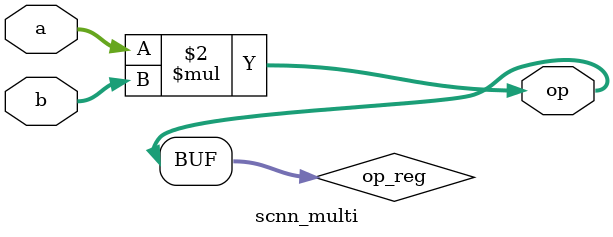
<source format=sv>
module scnn_multi(a, b, op);
  //input clk;
  input reg [15:0] a;
  input reg [15:0] b;
  output[31:0] op;

  reg [31:0] op_reg;
  always @(*)
        begin 
            op_reg = a * b;  
          $display("op_reg:%b",op_reg);
        end  
  assign op = op_reg;
  
endmodule
</source>
